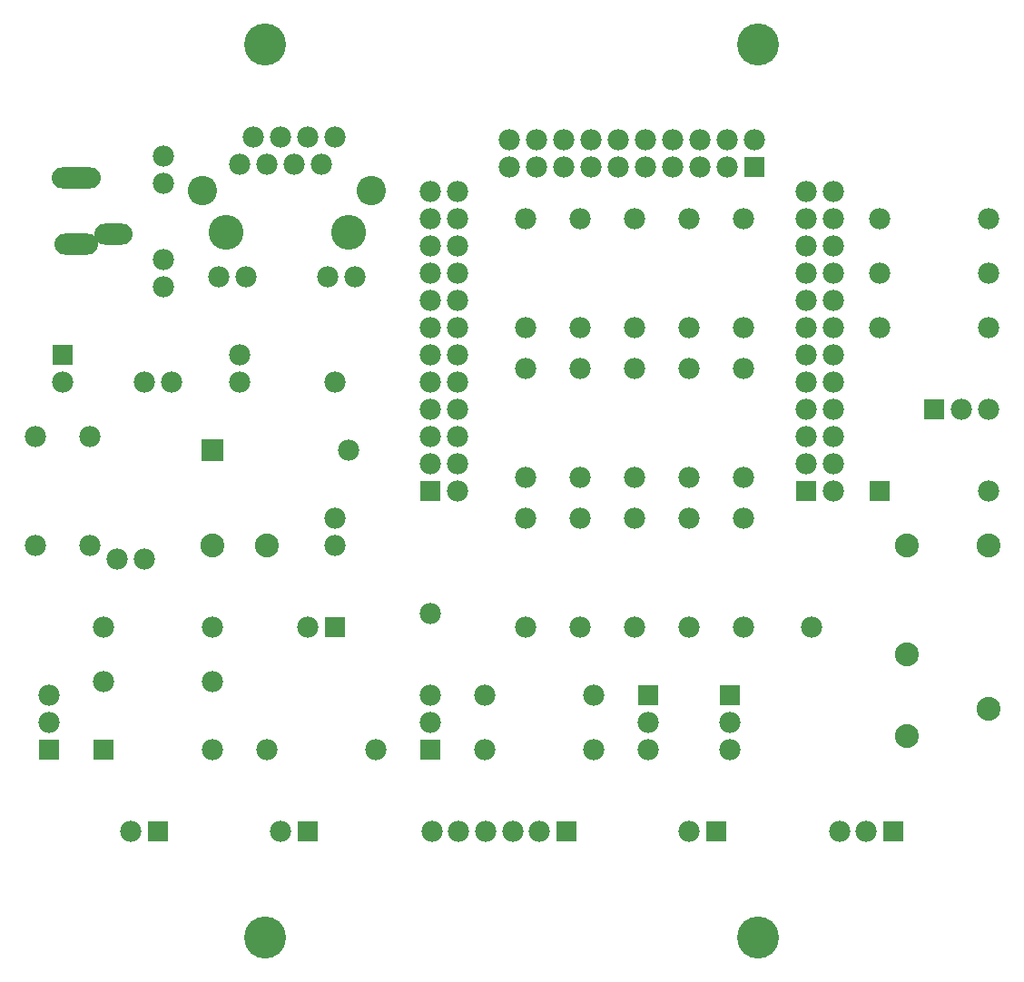
<source format=gbr>
G04 DipTrace 3.3.1.3*
G04 BottomMask.gbr*
%MOIN*%
G04 #@! TF.FileFunction,Soldermask,Bot*
G04 #@! TF.Part,Single*
%AMOUTLINE1*
4,1,4,
0.03894,-0.03894,
-0.03894,-0.03894,
-0.03894,0.03894,
0.03894,0.03894,
0.03894,-0.03894,
0*%
%ADD29C,0.154*%
%ADD30C,0.128*%
%ADD40C,0.08788*%
%ADD42O,0.13988X0.07788*%
%ADD44O,0.15988X0.07788*%
%ADD46O,0.17988X0.07788*%
%ADD48C,0.10788*%
%ADD50C,0.07788*%
%ADD52C,0.07788*%
%ADD54R,0.07788X0.07788*%
%ADD60OUTLINE1*%
%FSLAX26Y26*%
G04*
G70*
G90*
G75*
G01*
G04 BotMask*
%LPD*%
D54*
X743700Y2768700D3*
D52*
Y2668700D3*
D50*
X1043700D3*
X1143700D3*
X943700Y2018700D3*
X1043700D3*
X1393700Y2668700D3*
Y2768700D3*
D54*
X1743700Y1768700D3*
D52*
X1643700D3*
D50*
X1743700Y2168700D3*
Y2068700D3*
X1113700Y3398700D3*
Y3498700D3*
Y3018700D3*
Y3118700D3*
D60*
X1293700Y2418700D3*
D50*
X1793700D3*
D54*
X893700Y1318700D3*
D52*
X1293700D3*
D54*
X3743700Y2268700D3*
D52*
X4143700D3*
D29*
X1487700Y3908700D3*
X3299700D3*
Y628700D3*
X1487700D3*
D52*
X1393700Y3468700D3*
X1443700Y3568700D3*
X1493700Y3468700D3*
X1543700Y3568700D3*
X1593700Y3468700D3*
X1643700Y3568700D3*
X1693700Y3468700D3*
X1743700Y3568700D3*
X1319700Y3056700D3*
X1418700D3*
X1718700D3*
X1817700D3*
D48*
X1258700Y3371700D3*
X1878700D3*
D30*
X1343700Y3218700D3*
X1793700D3*
D46*
X793700Y3418700D3*
D44*
Y3174700D3*
D42*
X931700Y3213700D3*
D54*
X2593700Y1018700D3*
D52*
X2495300D3*
X2396899D3*
X2298501D3*
X2200100D3*
X2101700D3*
D54*
X3143700D3*
D52*
X3045301D3*
D54*
X1643700D3*
D52*
X1545301D3*
D54*
X1093700D3*
D52*
X995301D3*
D54*
X3793700D3*
D52*
X3695300D3*
X3596899D3*
D40*
X3843700Y2068700D3*
Y1668700D3*
Y1368700D3*
X4143700Y1468700D3*
Y2068700D3*
X1293701D3*
X1493701D3*
D50*
X1743700Y2668700D3*
X2093700Y1818700D3*
X3493700Y1768700D3*
D54*
X2893700Y1518700D3*
D52*
Y1418700D3*
Y1318700D3*
D54*
X3193700Y1518700D3*
D52*
Y1418700D3*
Y1318700D3*
D54*
X2093700D3*
D52*
Y1418700D3*
Y1518700D3*
D54*
X693700Y1318700D3*
D52*
Y1418700D3*
Y1518700D3*
D54*
X3943700Y2568700D3*
D52*
X4043700D3*
X4143700D3*
X1293700Y1768700D3*
X893700D3*
X643700Y2468700D3*
Y2068700D3*
X843700D3*
Y2468700D3*
X2293700Y1518700D3*
X2693700D3*
X2643700Y2168700D3*
Y1768700D3*
Y2318700D3*
Y2718700D3*
X2293700Y1318700D3*
X2693700D3*
X2843700Y2168700D3*
Y1768700D3*
Y2318700D3*
Y2718700D3*
X3043700Y2168700D3*
Y1768700D3*
X3243700Y2168700D3*
Y1768700D3*
X2443700Y3268700D3*
Y2868700D3*
X4143700Y3268700D3*
X3743700D3*
X2443700Y2168700D3*
Y1768700D3*
X1893700Y1318700D3*
X1493700D3*
X1293700Y1568700D3*
X893700D3*
X3043700Y2318700D3*
Y2718700D3*
X3243700Y2318700D3*
Y2718700D3*
X2443700Y2318700D3*
Y2718700D3*
X2643700Y3268700D3*
Y2868700D3*
X4143700Y3068700D3*
X3743700D3*
Y2868700D3*
X4143700D3*
X3243700D3*
Y3268700D3*
X2843700Y2868700D3*
Y3268700D3*
X3043700Y2868700D3*
Y3268700D3*
D50*
X2193700Y2268700D3*
Y2368700D3*
Y2468700D3*
Y2568700D3*
Y2668700D3*
Y2768700D3*
Y2868700D3*
Y2968700D3*
Y3068700D3*
Y3168700D3*
D54*
X2093700Y2268700D3*
D50*
Y2368700D3*
Y2468700D3*
Y2568700D3*
Y2668700D3*
Y2768700D3*
Y2868700D3*
Y2968700D3*
Y3068700D3*
Y3168700D3*
X2193700Y3268700D3*
Y3368700D3*
X2093700Y3268700D3*
Y3368700D3*
X3283700Y3558700D3*
X3183700D3*
X3083700D3*
X2983700D3*
X2883700D3*
X2783700D3*
X2683700D3*
X2583700D3*
X2483700D3*
X2383700D3*
X3573700Y2268700D3*
Y2368700D3*
Y2468700D3*
Y2568700D3*
Y2668700D3*
Y2768700D3*
Y2868700D3*
Y2968700D3*
Y3068700D3*
Y3168700D3*
D54*
X3283700Y3458700D3*
D50*
X3183700D3*
X3083700D3*
X2983700D3*
X2883700D3*
X2783700D3*
X2683700D3*
X2583700D3*
X2483700D3*
X2383700D3*
D54*
X3473700Y2268700D3*
D50*
Y2368700D3*
Y2468700D3*
Y2568700D3*
Y2668700D3*
Y2768700D3*
Y2868700D3*
Y2968700D3*
Y3068700D3*
Y3168700D3*
X3573700Y3268700D3*
Y3368700D3*
X3473700Y3268700D3*
Y3368700D3*
M02*

</source>
